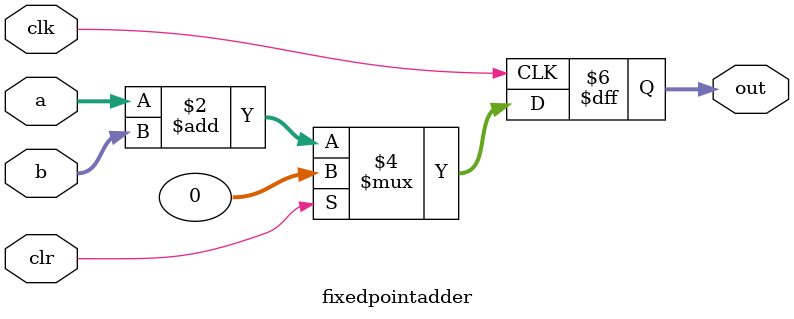
<source format=sv>
/**
 * Fixed-point adder
 *
 * Used for scaling the output of the MVP
 *
 * out = a + b
 *
 * Notes:
 * 1. 
 *
 */

 module fixedpointadder #(
     BA     = 32,
     BB     = 32,
     BOUT   = 32
 )
 (
     input  logic                           clk,
     input  logic                           clr,
     input  logic   signed  [  BA-1 : 0]    a,
     input  logic   signed  [  BB-1 : 0]    b,
     output logic   signed  [BOUT-1 : 0]    out
 );


always @(posedge clk) begin
    if (clr) begin
        out <= 0;
    end else begin
        out <= a + b;
    end
end

endmodule
</source>
